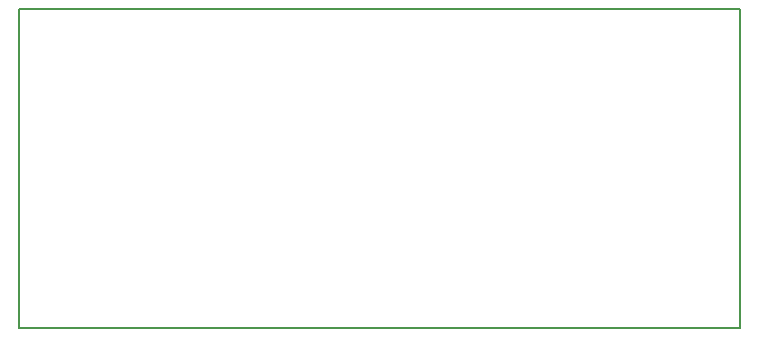
<source format=gbr>
%TF.GenerationSoftware,KiCad,Pcbnew,(6.0.8)*%
%TF.CreationDate,2022-11-29T14:53:20+01:00*%
%TF.ProjectId,l_g_d_d,6c5f675f-645f-4642-9e6b-696361645f70,rev?*%
%TF.SameCoordinates,Original*%
%TF.FileFunction,Profile,NP*%
%FSLAX46Y46*%
G04 Gerber Fmt 4.6, Leading zero omitted, Abs format (unit mm)*
G04 Created by KiCad (PCBNEW (6.0.8)) date 2022-11-29 14:53:20*
%MOMM*%
%LPD*%
G01*
G04 APERTURE LIST*
%TA.AperFunction,Profile*%
%ADD10C,0.200000*%
%TD*%
G04 APERTURE END LIST*
D10*
X97000000Y-87000000D02*
X158000000Y-87000000D01*
X158000000Y-87000000D02*
X158000000Y-60000000D01*
X158000000Y-60000000D02*
X97000000Y-60000000D01*
X97000000Y-60000000D02*
X97000000Y-87000000D01*
M02*

</source>
